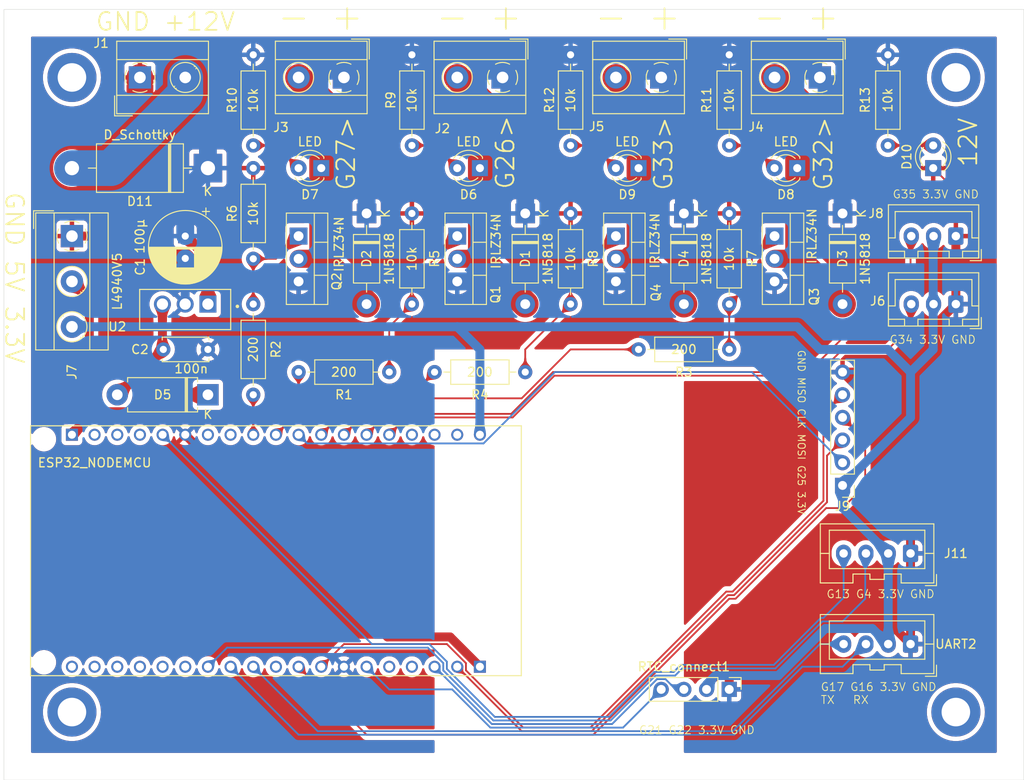
<source format=kicad_pcb>
(kicad_pcb (version 20240108) (generator "pcbnew") (generator_version "8.0")
  (layers (0 "F.Cu" signal) (31 "B.Cu" signal) (34 "B.Paste" user) (35 "F.Paste" user) (36 "B.SilkS" user "B.Silkscreen") (37 "F.SilkS" user "F.Silkscreen") (38 "B.Mask" user) (39 "F.Mask" user) (44 "Edge.Cuts" user))
  (net 0 "")
  (net 1 "GND")
  (net 2 "+12V")
  (net 3 "+5V")
  (net 4 "Net-(D1-A)")
  (net 5 "Net-(D2-A)")
  (net 6 "Net-(Q1-G)")
  (net 7 "Net-(Q2-G)")
  (net 8 "Net-(Q3-G)")
  (net 9 "Net-(Q4-G)")
  (net 10 "Net-(D5-K)")
  (net 11 "Net-(U1-G26)")
  (net 12 "Net-(U1-G27)")
  (net 13 "Net-(U1-G32)")
  (net 14 "Net-(U1-G33)")
  (net 28 "MISO")
  (net 29 "MOSI")
  (net 30 "SCLK")
  (net 31 "3V3")
  (net 33 "Net-(J9-Pin_2)")
  (net 34 "Net-(J11-Pin_3)")
  (net 37 "Net-(J6-Pin_3)")
  (net 38 "Net-(U1-G16)")
  (net 39 "Net-(U1-G17)")
  (net 40 "Net-(RTC_connect1-Pin_3)")
  (net 41 "Net-(RTC_connect1-Pin_4)")
  (net 42 "Net-(J11-Pin_4)")
  (net 44 "Net-(J8-Pin_3)")
  (net 45 "Net-(D6-A)")
  (net 46 "Net-(D7-A)")
  (net 47 "Net-(D8-A)")
  (net 48 "Net-(D9-A)")
  (net 49 "Net-(D10-A)")
  (net 50 "Net-(D11-A)")
  (net 51 "Net-(D4-A)")
  (net 52 "Net-(D3-A)")
  (footprint "Connector_JST:JST_XA_B04B-XASK-1_1x04_P2.50mm_Vertical" (layer "F.Cu") (at 101.6 60.96 180)
    (property "Reference" "J11")
    (property "Value" "Conn_01x04_Pin" (hide yes))
  )
  (footprint "MountingHole:MountingHole_3.2mm_M3_ISO14580_Pad" (layer "F.Cu") (at 106.68 7.62)
    (property "Reference" "H2" (hide yes))
    (property "Value" "MountingHole" (hide yes))
  )
  (footprint "Resistor_THT:R_Axial_DIN0207_L6.3mm_D2.5mm_P10.16mm_Horizontal" (layer "F.Cu") (at 63.5 33.02 90)
    (property "Reference" "R8")
    (property "Value" "10k")
  )
  (footprint "Resistor_THT:R_Axial_DIN0207_L6.3mm_D2.5mm_P10.16mm_Horizontal" (layer "F.Cu") (at 81.28 33.02 90)
    (property "Reference" "R7")
    (property "Value" "10k")
  )
  (footprint "TerminalBlock_MetzConnect:TerminalBlock_MetzConnect_Type101_RT01603HBWC_1x03_P5.08mm_Horizontal" (layer "F.Cu") (at 7.62 25.4 -90)
    (property "Reference" "J7")
    (property "Value" "POWER_OUT" (hide yes))
  )
  (footprint "Connector_PinHeader_2.54mm:PinHeader_1x06_P2.54mm_Vertical" (layer "F.Cu") (at 93.98 53.34 180)
    (property "Reference" "J9")
    (property "Value" "Conn_01x06_Pin" (hide yes))
  )
  (footprint "Resistor_THT:R_Axial_DIN0207_L6.3mm_D2.5mm_P10.16mm_Horizontal" (layer "F.Cu") (at 99.06 15.24 90)
    (property "Reference" "R13")
    (property "Value" "10k")
  )
  (footprint "LED_THT:LED_D3.0mm" (layer "F.Cu") (at 53.34 17.78 180)
    (property "Reference" "D6")
    (property "Value" "LED")
  )
  (footprint "Resistor_THT:R_Axial_DIN0207_L6.3mm_D2.5mm_P10.16mm_Horizontal" (layer "F.Cu") (at 27.94 15.24 90)
    (property "Reference" "R10")
    (property "Value" "10k")
  )
  (footprint "Diode_THT:D_DO-41_SOD81_P10.16mm_Horizontal" (layer "F.Cu") (at 58.42 22.86 -90)
    (property "Reference" "D1")
    (property "Value" "1N5818")
  )
  (footprint "L4940V5:TO225P1040X460X1968-3" (layer "F.Cu") (at 20.31 33.625 180)
    (property "Reference" "U2")
    (property "Value" "L4940V5")
  )
  (footprint "Resistor_THT:R_Axial_DIN0207_L6.3mm_D2.5mm_P10.16mm_Horizontal" (layer "F.Cu") (at 45.72 33.02 90)
    (property "Reference" "R5")
    (property "Value" "10k")
  )
  (footprint "MountingHole:MountingHole_3.2mm_M3_ISO14580_Pad" (layer "F.Cu") (at 7.62 78.74)
    (property "Reference" "H3" (hide yes))
    (property "Value" "MountingHole" (hide yes))
  )
  (footprint "Package_TO_SOT_THT:TO-220-3_Vertical" (layer "F.Cu") (at 50.8 25.4 -90)
    (property "Reference" "Q1")
    (property "Value" "IRLZ34N")
  )
  (footprint "Connector_PinHeader_2.54mm:PinHeader_1x04_P2.54mm_Vertical" (layer "F.Cu") (at 81.28 76.2 -90)
    (property "Reference" "RTC_connect1")
    (property "Value" "Conn_01x04_Pin" (hide yes))
  )
  (footprint "Diode_THT:D_DO-41_SOD81_P10.16mm_Horizontal" (layer "F.Cu") (at 40.64 22.86 -90)
    (property "Reference" "D2")
    (property "Value" "1N5818")
  )
  (footprint "Resistor_THT:R_Axial_DIN0207_L6.3mm_D2.5mm_P10.16mm_Horizontal" (layer "F.Cu") (at 63.5 15.24 90)
    (property "Reference" "R12")
    (property "Value" "10k")
  )
  (footprint "Resistor_THT:R_Axial_DIN0207_L6.3mm_D2.5mm_P10.16mm_Horizontal" (layer "F.Cu") (at 71.12 38.1)
    (property "Reference" "R3")
    (property "Value" "200")
  )
  (footprint "Diode_THT:D_DO-41_SOD81_P10.16mm_Horizontal" (layer "F.Cu") (at 76.2 22.86 -90)
    (property "Reference" "D4")
    (property "Value" "1N5818")
  )
  (footprint "Package_TO_SOT_THT:TO-220-3_Vertical" (layer "F.Cu") (at 86.36 25.4 -90)
    (property "Reference" "Q3")
    (property "Value" "IRLZ34N")
  )
  (footprint "Package_TO_SOT_THT:TO-220-3_Vertical" (layer "F.Cu") (at 68.58 25.4 -90)
    (property "Reference" "Q4")
    (property "Value" "IRLZ34N")
  )
  (footprint "Connector_JST:JST_XH_B3B-XH-A_1x03_P2.50mm_Vertical" (layer "F.Cu") (at 106.68 33.02 180)
    (property "Reference" "J6")
    (property "Value" "Conn_01x03_Pin" (hide yes))
  )
  (footprint "Connector_JST:JST_XH_B3B-XH-A_1x03_P2.50mm_Vertical" (layer "F.Cu") (at 106.68 25.4 180)
    (property "Reference" "J8")
    (property "Value" "Conn_01x03_Pin" (hide yes))
  )
  (footprint "Resistor_THT:R_Axial_DIN0207_L6.3mm_D2.5mm_P10.16mm_Horizontal" (layer "F.Cu") (at 81.28 15.24 90)
    (property "Reference" "R11")
    (property "Value" "10k")
  )
  (footprint "ESP32_NODEMCU:MODULE_ESP32_NODEMCU" (layer "F.Cu") (at 30.48 60.66 -90)
    (property "Reference" "U1" (hide yes))
    (property "Value" "ESP32_NODEMCU")
  )
  (footprint "Resistor_THT:R_Axial_DIN0207_L6.3mm_D2.5mm_P10.16mm_Horizontal" (layer "F.Cu") (at 33.02 40.64)
    (property "Reference" "R1")
    (property "Value" "200")
  )
  (footprint "Connector_JST:JST_XA_B04B-XASK-1_1x04_P2.50mm_Vertical" (layer "F.Cu") (at 101.6 71.12 180)
    (property "Reference" "UART2")
    (property "Value" "Conn_01x04_Pin" (hide yes))
  )
  (footprint "Package_TO_SOT_THT:TO-220-3_Vertical" (layer "F.Cu") (at 33.02 25.4 -90)
    (property "Reference" "Q2")
    (property "Value" "IRLZ34N")
  )
  (footprint "MountingHole:MountingHole_3.2mm_M3_ISO14580_Pad" (layer "F.Cu") (at 106.68 78.74)
    (property "Reference" "H4" (hide yes))
    (property "Value" "MountingHole" (hide yes))
  )
  (footprint "Capacitor_THT:C_Disc_D5.0mm_W2.5mm_P5.00mm" (layer "F.Cu") (at 22.86 38.1 180)
    (property "Reference" "C2")
    (property "Value" "100n")
  )
  (footprint "Diode_THT:D_DO-15_P10.16mm_Horizontal" (layer "F.Cu") (at 22.86 43.18 180)
    (property "Reference" "D5")
    (property "Value" "D" (hide yes))
  )
  (footprint "LED_THT:LED_D3.0mm" (layer "F.Cu") (at 88.9 17.78 180)
    (property "Reference" "D8")
    (property "Value" "LED")
  )
  (footprint "Diode_THT:D_DO-41_SOD81_P10.16mm_Horizontal" (layer "F.Cu") (at 93.98 22.86 -90)
    (property "Reference" "D3")
    (property "Value" "1N5818")
  )
  (footprint "Resistor_THT:R_Axial_DIN0207_L6.3mm_D2.5mm_P10.16mm_Horizontal" (layer "F.Cu") (at 48.26 40.64)
    (property "Reference" "R4")
    (property "Value" "200")
  )
  (footprint "Diode_THT:D_DO-201AD_P15.24mm_Horizontal" (layer "F.Cu") (at 22.86 17.78 180)
    (property "Reference" "D11")
    (property "Value" "D_Schottky")
  )
  (footprint "LED_THT:LED_D3.0mm" (layer "F.Cu") (at 104.14 17.78 90)
    (property "Reference" "D10")
    (property "Value" "LED" (hide yes))
  )
  (footprint "TerminalBlock_MetzConnect:TerminalBlock_MetzConnect_Type101_RT01602HBWC_1x02_P5.08mm_Horizontal" (layer "F.Cu") (at 38.1 7.62 180)
    (property "Reference" "J3")
    (property "Value" "Screw_Terminal_01x02" (hide yes))
  )
  (footprint "LED_THT:LED_D3.0mm" (layer "F.Cu") (at 35.56 17.78 180)
    (property "Reference" "D7")
    (property "Value" "LED")
  )
  (footprint "TerminalBlock_MetzConnect:TerminalBlock_MetzConnect_Type101_RT01602HBWC_1x02_P5.08mm_Horizontal" (layer "F.Cu") (at 55.88 7.62 180)
    (property "Reference" "J2")
    (property "Value" "Screw_Terminal_01x02" (hide yes))
  )
  (footprint "MountingHole:MountingHole_3.2mm_M3_ISO14580_Pad" (layer "F.Cu") (at 7.62 7.62)
    (property "Reference" "H1" (hide yes))
    (property "Value" "MountingHole" (hide yes))
  )
  (footprint "Capacitor_THT:CP_Radial_D8.0mm_P2.50mm" (layer "F.Cu") (at 20.32 25.4 -90)
    (property "Reference" "C1")
    (property "Value" "100µ")
  )
  (footprint "LED_THT:LED_D3.0mm" (layer "F.Cu") (at 71.12 17.78 180)
    (property "Reference" "D9")
    (property "Value" "LED")
  )
  (footprint "TerminalBlock_MetzConnect:TerminalBlock_MetzConnect_Type101_RT01602HBWC_1x02_P5.08mm_Horizontal" (layer "F.Cu") (at 91.44 7.62 180)
    (property "Reference" "J4")
    (property "Value" "Screw_Terminal_01x02" (hide yes))
  )
  (footprint "Resistor_THT:R_Axial_DIN0207_L6.3mm_D2.5mm_P10.16mm_Horizontal" (layer "F.Cu") (at 27.94 43.18 90)
    (property "Reference" "R2")
    (property "Value" "200")
  )
  (footprint "Resistor_THT:R_Axial_DIN0207_L6.3mm_D2.5mm_P10.16mm_Horizontal" (layer "F.Cu") (at 45.72 15.24 90)
    (property "Reference" "R9")
    (property "Value" "10k")
  )
  (footprint "TerminalBlock_MetzConnect:TerminalBlock_MetzConnect_Type101_RT01602HBWC_1x02_P5.08mm_Horizontal" (layer "F.Cu") (at 73.66 7.62 180)
    (property "Reference" "J5")
    (property "Value" "Screw_Terminal_01x02" (hide yes))
  )
  (footprint "TerminalBlock_MetzConnect:TerminalBlock_MetzConnect_Type101_RT01602HBWC_1x02_P5.08mm_Horizontal" (layer "F.Cu") (at 15.24 7.62)
    (property "Reference" "J1")
    (property "Value" "Screw_Terminal_01x02" (hide yes))
  )
  (footprint "Resistor_THT:R_Axial_DIN0207_L6.3mm_D2.5mm_P10.16mm_Horizontal" (layer "F.Cu") (at 27.94 27.94 90)
    (property "Reference" "R6")
    (property "Value" "10k")
  )
  (gr_rect (start 0 0) (end 114.3 86.36) (stroke (width 0.05)) (fill none) (layer "Edge.Cuts"))
  (gr_text "12V" (at 109.22 17.78 90) (layer "F.SilkS") (effects (font (size 2 2) (thickness 0.2) (bold yes)) (justify left bottom)))
  (gr_text "- +" (at 66.04 2.54 0) (layer "F.SilkS") (effects (font (size 3 3) (thickness 0.2) (bold yes)) (justify left bottom)))
  (gr_text "- +" (at 48.26 2.54 0) (layer "F.SilkS") (effects (font (size 3 3) (thickness 0.2) (bold yes)) (justify left bottom)))
  (gr_text "G34 3.3V GND" (at 99.197356 37.52992 0) (layer "F.SilkS") (effects (font (size 0.9 0.9) (thickness 0.1)) (justify left bottom)))
  (gr_text "- +" (at 83.82 2.54 0) (layer "F.SilkS") (effects (font (size 3 3) (thickness 0.2) (bold yes)) (justify left bottom)))
  (gr_text "GND +12V" (at 10.16 2.54 0) (layer "F.SilkS") (effects (font (size 2 2) (thickness 0.2) (bold yes)) (justify left bottom)))
  (gr_text "G21 G22 3.3V GND" (at 71.12 81.28 0) (layer "F.SilkS") (effects (font (size 0.9 0.9) (thickness 0.1)) (justify left bottom)))
  (gr_text "G13 G4 3.3V GND" (at 92.128151 66.04 0) (layer "F.SilkS") (effects (font (size 0.9 0.9) (thickness 0.1)) (justify left bottom)))
  (gr_text "G32>" (at 92.994052 20.422175 90) (layer "F.SilkS") (effects (font (size 2 2) (thickness 0.2) (bold yes)) (justify left bottom)))
  (gr_text "G33>" (at 75.073883 20.422175 90) (layer "F.SilkS") (effects (font (size 2 2) (thickness 0.2) (bold yes)) (justify left bottom)))
  (gr_text "G26>" (at 57.352826 20.289433 90) (layer "F.SilkS") (effects (font (size 2 2) (thickness 0.2) (bold yes)) (justify left bottom)))
  (gr_text "- +" (at 30.48 2.54 0) (layer "F.SilkS") (effects (font (size 3 3) (thickness 0.2) (bold yes)) (justify left bottom)))
  (gr_text "GND MISO CLK MOSI G25 3.3V\n" (at 88.9 38.1 270) (layer "F.SilkS") (effects (font (size 0.8 0.8) (thickness 0.1)) (justify left bottom)))
  (gr_text "GND 5V 3.3V" (at 0 20.32 -90) (layer "F.SilkS") (effects (font (size 2 2) (thickness 0.2) (bold yes)) (justify left bottom)))
  (gr_text "G27>" (at 39.499028 20.422175 90) (layer "F.SilkS") (effects (font (size 2 2) (thickness 0.2) (bold yes)) (justify left bottom)))
  (gr_text "G17 G16 3.3V GND\nTX   RX" (at 91.483068 77.89923 0) (layer "F.SilkS") (effects (font (size 0.9 0.9) (thickness 0.1)) (justify left bottom)))
  (gr_text "G35 3.3V GND" (at 99.541951 21.235478 0) (layer "F.SilkS") (effects (font (size 0.9 0.9) (thickness 0.1)) (justify left bottom)))
  (segment (start 106.68 25.4) (end 106.68 33.02) (width 1) (layer "F.Cu") (net 1))
  (segment (start 19.994365 28.225635) (end 20.014365 28.205635) (width 3) (layer "F.Cu") (net 1))
  (segment (start 106.68 20.32) (end 104.14 17.78) (width 0.2) (layer "F.Cu") (net 1))
  (segment (start 106.68 33.02) (end 99.06 40.64) (width 1) (layer "F.Cu") (net 1))
  (segment (start 18.145635 28.225635) (end 19.994365 28.225635) (width 3) (layer "F.Cu") (net 1))
  (segment (start 106.68 25.4) (end 106.68 20.32) (width 0.2) (layer "F.Cu") (net 1))
  (segment (start 50 70.32) (end 42.98 70.32) (width 1) (layer "F.Cu") (net 1))
  (segment (start 81.28 73.66) (end 81.28 76.2) (width 1) (layer "F.Cu") (net 1))
  (segment (start 53.34 73.66) (end 50 70.32) (width 1) (layer "F.Cu") (net 1))
  (segment (start 15.24 7.62) (end 15.24 25.32) (width 3) (layer "F.Cu") (net 1))
  (segment (start 20.32 27.9) (end 18.82 27.9) (width 2) (layer "F.Cu") (net 1))
  (segment (start 42.98 70.32) (end 20.32 47.66) (width 1) (layer "F.Cu") (net 1))
  (segment (start 101.6 60.96) (end 101.6 71.12) (width 1) (layer "F.Cu") (net 1))
  (segment (start 93.98 40.64) (end 101.6 48.26) (width 1) (layer "F.Cu") (net 1))
  (segment (start 101.6 48.26) (end 101.6 60.96) (width 1) (layer "F.Cu") (net 1))
  (segment (start 101.6 71.12) (end 99.06 68.58) (width 1) (layer "F.Cu") (net 1))
  (segment (start 7.62 25.4) (end 14.16 25.4) (width 1) (layer "F.Cu") (net 1))
  (segment (start 99.06 68.58) (end 86.36 68.58) (width 1) (layer "F.Cu") (net 1))
  (segment (start 86.36 68.58) (end 81.28 73.66) (width 1) (layer "F.Cu") (net 1))
  (segment (start 99.06 40.64) (end 93.98 40.64) (width 1) (layer "F.Cu") (net 1))
  (segment (start 14.16 25.4) (end 15.24 24.32) (width 1) (layer "F.Cu") (net 1))
  (segment (start 15.24 25.32) (end 18.145635 28.225635) (width 3) (layer "F.Cu") (net 1))
  (segment (start 22.9 30.48) (end 20.32 27.9) (width 2) (layer "B.Cu") (net 1))
  (segment (start 20.31 33.02) (end 20.31 27.91) (width 1) (layer "B.Cu") (net 1))
  (segment (start 31.252234 30.48) (end 86.36 30.48) (width 2) (layer "B.Cu") (net 1))
  (segment (start 33.02 30.48) (end 22.9 30.48) (width 2) (layer "B.Cu") (net 1))
  (segment (start 22.86 27.94) (end 22.86 33.02) (width 1) (layer "F.Cu") (net 2))
  (segment (start 20.32 25.4) (end 22.86 27.94) (width 1) (layer "F.Cu") (net 2))
  (segment (start 45.72 5.08) (end 53.34 5.08) (width 2) (layer "B.Cu") (net 2))
  (segment (start 55.88 7.62) (end 58.42 5.08) (width 2) (layer "B.Cu") (net 2))
  (segment (start 38.1 7.62) (end 40.64 10.16) (width 2) (layer "B.Cu") (net 2))
  (segment (start 31.96 5.08) (end 35.56 5.08) (width 2) (layer "B.Cu") (net 2))
  (segment (start 40.64 5.08) (end 45.72 5.08) (width 2) (layer "B.Cu") (net 2))
  (segment (start 58.42 10.16) (end 58.42 22.86) (width 2) (layer "B.Cu") (net 2))
  (segment (start 71.12 5.08) (end 73.66 7.62) (width 2) (layer "B.Cu") (net 2))
  (segment (start 58.42 5.08) (end 63.5 5.08) (width 2) (layer "B.Cu") (net 2))
  (segment (start 35.56 5.08) (end 38.1 7.62) (width 2) (layer "B.Cu") (net 2))
  (segment (start 93.98 10.16) (end 93.98 22.86) (width 2) (layer "B.Cu") (net 2))
  (segment (start 73.66 7.62) (end 76.2 5.08) (width 2) (layer "B.Cu") (net 2))
  (segment (start 53.34 5.08) (end 55.88 7.62) (width 2) (layer "B.Cu") (net 2))
  (segment (start 22.86 14.18) (end 31.96 5.08) (width 2) (layer "B.Cu") (net 2))
  (segment (start 76.2 5.08) (end 88.9 5.08) (width 2) (layer "B.Cu") (net 2))
  (segment (start 20.32 20.32) (end 22.86 17.78) (width 2) (layer "B.Cu") (net 2))
  (segment (start 76.2 10.16) (end 76.2 22.86) (width 2) (layer "B.Cu") (net 2))
  (segment (start 40.64 10.16) (end 40.64 22.86) (width 2) (layer "B.Cu") (net 2))
  (segment (start 22.86 17.78) (end 22.86 14.18) (width 2) (layer "B.Cu") (net 2))
  (segment (start 73.66 7.62) (end 76.2 10.16) (width 2) (layer "B.Cu") (net 2))
  (segment (start 38.1 7.62) (end 40.64 5.08) (width 2) (layer "B.Cu") (net 2))
  (segment (start 91.44 7.62) (end 93.98 10.16) (width 2) (layer "B.Cu") (net 2))
  (segment (start 20.32 25.4) (end 20.32 20.32) (width 2) (layer "B.Cu") (net 2))
  (segment (start 88.9 5.08) (end 91.44 7.62) (width 2) (layer "B.Cu") (net 2))
  (segment (start 63.5 5.08) (end 71.12 5.08) (width 2) (layer "B.Cu") (net 2))
  (segment (start 55.88 7.62) (end 58.42 10.16) (width 2) (layer "B.Cu") (net 2))
  (segment (start 12.78 43.18) (end 17.86 38.1) (width 1) (layer "F.Cu") (net 3))
  (segment (start 17.76 33.02) (end 17.76 38) (width 1) (layer "F.Cu") (net 3))
  (segment (start 53.5 28.1) (end 58.42 33.02) (width 3) (layer "F.Cu") (net 4))
  (segment (start 52.6125 27.94) (end 50.8 27.94) (width 2) (layer "F.Cu") (net 4))
  (segment (start 50.8 7.62) (end 53.5 10.32) (width 3) (layer "F.Cu") (net 4))
  (segment (start 50.8 27.94) (end 53.34 27.94) (width 2) (layer "F.Cu") (net 4))
  (segment (start 53.5 10.32) (end 53.5 28.1) (width 3) (layer "F.Cu") (net 4))
  (segment (start 34.8325 27.94) (end 33.02 27.94) (width 2) (layer "F.Cu") (net 5))
  (segment (start 33.02 27.94) (end 35.56 27.94) (width 2) (layer "F.Cu") (net 5))
  (segment (start 33.02 7.62) (end 35.72 10.32) (width 3) (layer "F.Cu") (net 5))
  (segment (start 35.72 10.32) (end 35.72 28.1) (width 3) (layer "F.Cu") (net 5))
  (segment (start 35.72 28.1) (end 40.64 33.02) (width 3) (layer "F.Cu") (net 5))
  (segment (start 45.72 33.02) (end 45.72 30.48) (width 0.2) (layer "F.Cu") (net 6))
  (segment (start 43.18 40.64) (end 43.18 35.56) (width 0.2) (layer "F.Cu") (net 6))
  (segment (start 45.72 30.48) (end 50.8 25.4) (width 0.2) (layer "F.Cu") (net 6))
  (segment (start 43.18 35.56) (end 45.72 33.02) (width 0.2) (layer "F.Cu") (net 6))
  (segment (start 27.94 27.94) (end 30.48 27.94) (width 0.2) (layer "F.Cu") (net 7))
  (segment (start 27.94 33.02) (end 27.94 27.94) (width 0.2) (layer "F.Cu") (net 7))
  (segment (start 30.48 27.94) (end 33.02 25.4) (width 0.2) (layer "F.Cu") (net 7))
  (segment (start 83.82 30.48) (end 83.82 27.94) (width 0.2) (layer "F.Cu") (net 8))
  (segment (start 81.28 38.1) (end 81.28 33.02) (width 0.2) (layer "F.Cu") (net 8))
  (segment (start 81.28 33.02) (end 83.82 30.48) (width 0.2) (layer "F.Cu") (net 8))
  (segment (start 83.82 27.94) (end 86.36 25.4) (width 0.2) (layer "F.Cu") (net 8))
  (segment (start 58.42 38.1) (end 63.5 33.02) (width 0.2) (layer "F.Cu") (net 9))
  (segment (start 63.5 30.48) (end 68.58 25.4) (width 0.2) (layer "F.Cu") (net 9))
  (segment (start 63.5 33.02) (end 63.5 30.48) (width 0.2) (layer "F.Cu") (net 9))
  (segment (start 58.42 40.64) (end 58.42 38.1) (width 0.2) (layer "F.Cu") (net 9))
  (segment (start 7.62 30.48) (end 9.57 32.43) (width 1) (layer "F.Cu") (net 10))
  (segment (start 9.57 45.71) (end 7.62 47.66) (width 1) (layer "F.Cu") (net 10))
  (segment (start 9.57 32.43) (end 9.57 45.71) (width 1) (layer "F.Cu") (net 10))
  (segment (start 10.2 45.08) (end 18.42 45.08) (width 1) (layer "F.Cu") (net 10))
  (segment (start 20.32 43.18) (end 22.86 43.18) (width 1) (layer "F.Cu") (net 10))
  (segment (start 18.42 45.08) (end 20.32 43.18) (width 1) (layer "F.Cu") (net 10))
  (segment (start 7.62 47.66) (end 10.2 45.08) (width 1) (layer "F.Cu") (net 10))
  (segment (start 30.48 47.66) (end 33.02 45.12) (width 0.2) (layer "F.Cu") (net 11))
  (segment (start 33.02 45.12) (end 33.02 40.64) (width 0.2) (layer "F.Cu") (net 11))
  (segment (start 27.94 47.66) (end 27.94 43.18) (width 0.2) (layer "F.Cu") (net 12))
  (segment (start 58.02 43.58) (end 42.18 43.58) (width 0.2) (layer "F.Cu") (net 13))
  (segment (start 71.12 38.1) (end 63.5 38.1) (width 0.2) (layer "F.Cu") (net 13))
  (segment (start 63.5 38.1) (end 58.02 43.58) (width 0.2) (layer "F.Cu") (net 13))
  (segment (start 42.18 43.58) (end 38.1 47.66) (width 0.2) (layer "F.Cu") (net 13))
  (segment (start 45.72 43.18) (end 48.26 40.64) (width 0.2) (layer "F.Cu") (net 14))
  (segment (start 35.56 47.66) (end 40.04 43.18) (width 0.2) (layer "F.Cu") (net 14))
  (segment (start 40.04 43.18) (end 45.72 43.18) (width 0.2) (layer "F.Cu") (net 14))
  (segment (start 93.98 43.18) (end 91.84 45.32) (width 0.2) (layer "F.Cu") (net 28))
  (segment (start 51.775 73.256141) (end 49.638859 71.12) (width 0.2) (layer "F.Cu") (net 28))
  (segment (start 91.84 55.055735) (end 81.655735 65.24) (width 0.2) (layer "F.Cu") (net 28))
  (segment (start 58.191141 80.48) (end 51.775 74.063859) (width 0.2) (layer "F.Cu") (net 28))
  (segment (start 81.655735 65.24) (end 80.948628 65.24) (width 0.2) (layer "F.Cu") (net 28))
  (segment (start 91.84 45.32) (end 91.84 55.055735) (width 0.2) (layer "F.Cu") (net 28))
  (segment (start 80.948628 65.24) (end 65.708628 80.48) (width 0.2) (layer "F.Cu") (net 28))
  (segment (start 49.638859 71.12) (end 38.1 71.12) (width 0.2) (layer "F.Cu") (net 28))
  (segment (start 65.708628 80.48) (end 58.191141 80.48) (width 0.2) (layer "F.Cu") (net 28))
  (segment (start 38.1 71.12) (end 35.56 73.66) (width 0.2) (layer "F.Cu") (net 28))
  (segment (start 51.775 74.063859) (end 51.775 73.256141) (width 0.2) (layer "F.Cu") (net 28))
  (segment (start 92.24 50) (end 92.24 55.221422) (width 0.2) (layer "F.Cu") (net 29))
  (segment (start 81.114314 65.64) (end 65.874314 80.88) (width 0.2) (layer "F.Cu") (net 29))
  (segment (start 81.821422 65.64) (end 81.114314 65.64) (width 0.2) (layer "F.Cu") (net 29))
  (segment (start 65.874314 80.88) (end 58.02 80.88) (width 0.2) (layer "F.Cu") (net 29))
  (segment (start 58.02 80.88) (end 50.8 73.66) (width 0.2) (layer "F.Cu") (net 29))
  (segment (start 93.98 48.26) (end 92.24 50) (width 0.2) (layer "F.Cu") (net 29))
  (segment (start 92.24 55.221422) (end 81.821422 65.64) (width 0.2) (layer "F.Cu") (net 29))
  (segment (start 92.147108 55.88) (end 81.987108 66.04) (width 0.2) (layer "F.Cu") (net 30))
  (segment (start 93.98 55.88) (end 92.147108 55.88) (width 0.2) (layer "F.Cu") (net 30))
  (segment (start 66.04 81.28) (end 40.64 81.28) (width 0.2) (layer "F.Cu") (net 30))
  (segment (start 81.987108 66.04) (end 81.28 66.04) (width 0.2) (layer "F.Cu") (net 30))
  (segment (start 81.28 66.04) (end 66.04 81.28) (width 0.2) (layer "F.Cu") (net 30))
  (segment (start 40.64 81.28) (end 33.02 73.66) (width 0.2) (layer "F.Cu") (net 30))
  (segment (start 93.98 45.72) (end 96.52 48.26) (width 0.2) (layer "F.Cu") (net 30))
  (segment (start 96.52 48.26) (end 96.52 53.34) (width 0.2) (layer "F.Cu") (net 30))
  (segment (start 96.52 53.34) (end 93.98 55.88) (width 0.2) (layer "F.Cu") (net 30))
  (segment (start 104.14 33.02) (end 104.14 38.1) (width 0.2) (layer "B.Cu") (net 31))
  (segment (start 53.34 47.66) (end 53.34 38.1) (width 1) (layer "B.Cu") (net 31))
  (segment (start 92.048629 69.38) (end 97.32 69.38) (width 1) (layer "B.Cu") (net 31))
  (segment (start 86.778629 74.65) (end 92.048629 69.38) (width 1) (layer "B.Cu") (net 31))
  (segment (start 93.98 55.84) (end 99.1 60.96) (width 1) (layer "B.Cu") (net 31))
  (segment (start 101.6 45.72) (end 93.98 53.34) (width 1) (layer "B.Cu") (net 31))
  (segment (start 101.6 40.64) (end 101.6 45.72) (width 1) (layer "B.Cu") (net 31))
  (segment (start 78.74 75.64) (end 79.73 74.65) (width 1) (layer "B.Cu") (net 31))
  (segment (start 88.9 35.56) (end 91.44 38.1) (width 1) (layer "B.Cu") (net 31))
  (segment (start 97.32 69.38) (end 99.06 71.12) (width 1) (layer "B.Cu") (net 31))
  (segment (start 104.14 38.1) (end 101.6 40.64) (width 1) (layer "B.Cu") (net 31))
  (segment (start 50.8 35.56) (end 88.9 35.56) (width 1) (layer "B.Cu") (net 31))
  (segment (start 93.98 53.34) (end 93.98 55.84) (width 1) (layer "B.Cu") (net 31))
  (segment (start 104.14 33.02) (end 104.14 25.4) (width 0.2) (layer "B.Cu") (net 31))
  (segment (start 99.06 38.1) (end 101.6 40.64) (width 1) (layer "B.Cu") (net 31))
  (segment (start 91.44 38.1) (end 99.06 38.1) (width 1) (layer "B.Cu") (net 31))
  (segment (start 99.1 60.96) (end 99.1 71.12) (width 1) (layer "B.Cu") (net 31))
  (segment (start 79.73 74.65) (end 86.778629 74.65) (width 1) (layer "B.Cu") (net 31))
  (segment (start 7.62 35.56) (end 50.8 35.56) (width 1) (layer "B.Cu") (net 31))
  (segment (start 104.14 25.4) (end 104.14 38.1) (width 1) (layer "B.Cu") (net 31))
  (segment (start 53.34 38.1) (end 50.8 35.56) (width 1) (layer "B.Cu") (net 31))
  (segment (start 83.82 40.64) (end 93.98 50.8) (width 0.2) (layer "B.Cu") (net 33))
  (segment (start 61.738859 40.64) (end 83.82 40.64) (width 0.2) (layer "B.Cu") (net 33))
  (segment (start 53.743859 48.635) (end 61.738859 40.64) (width 0.2) (layer "B.Cu") (net 33))
  (segment (start 33.995 48.635) (end 53.743859 48.635) (width 0.2) (layer "B.Cu") (net 33))
  (segment (start 33.02 47.66) (end 33.995 48.635) (width 0.2) (layer "B.Cu") (net 33))
  (segment (start 73.017968 74.65) (end 67.987968 79.68) (width 0.2) (layer "B.Cu") (net 34))
  (segment (start 75.215686 74.65) (end 73.017968 74.65) (width 0.2) (layer "B.Cu") (net 34))
  (segment (start 96.52 61.04) (end 96.52 66.04) (width 0.2) (layer "B.Cu") (net 34))
  (segment (start 86.447258 73.85) (end 76.015686 73.85) (width 0.2) (layer "B.Cu") (net 34))
  (segment (start 49.235 73.256141) (end 47.498859 71.52) (width 0.2) (layer "B.Cu") (net 34))
  (segment (start 25 71.52) (end 22.86 73.66) (width 0.2) (layer "B.Cu") (net 34))
  (segment (start 93.98 68.58) (end 91.717258 68.58) (width 0.2) (layer "B.Cu") (net 34))
  (segment (start 54.845686 79.68) (end 49.235 74.069314) (width 0.2) (layer "B.Cu") (net 34))
  (segment (start 91.717258 68.58) (end 86.447258 73.85) (width 0.2) (layer "B.Cu") (net 34))
  (segment (start 47.498859 71.52) (end 25 71.52) (width 0.2) (layer "B.Cu") (net 34))
  (segment (start 49.235 74.069314) (end 49.235 73.256141) (width 0.2) (layer "B.Cu") (net 34))
  (segment (start 76.015686 73.85) (end 75.215686 74.65) (width 0.2) (layer "B.Cu") (net 34))
  (segment (start 67.987968 79.68) (end 54.845686 79.68) (width 0.2) (layer "B.Cu") (net 34))
  (segment (start 96.52 66.04) (end 93.98 68.58) (width 0.2) (layer "B.Cu") (net 34))
  (segment (start 61.691372 41.04) (end 57.011372 45.72) (width 0.2) (layer "F.Cu") (net 37))
  (segment (start 45.12 45.72) (end 43.18 47.66) (width 0.2) (layer "F.Cu") (net 37))
  (segment (start 57.011372 45.72) (end 45.12 45.72) (width 0.2) (layer "F.Cu") (net 37))
  (segment (start 91.04 41.04) (end 61.691372 41.04) (width 0.2) (layer "F.Cu") (net 37))
  (segment (start 101.6 35.56) (end 99.06 38.1) (width 0.2) (layer "F.Cu") (net 37))
  (segment (start 93.98 38.1) (end 91.04 41.04) (width 0.2) (layer "F.Cu") (net 37))
  (segment (start 101.6 33.02) (end 101.6 35.56) (width 0.2) (layer "F.Cu") (net 37))
  (segment (start 99.06 38.1) (end 93.98 38.1) (width 0.2) (layer "F.Cu") (net 37))
  (segment (start 89.465686 73.66) (end 81.845686 81.28) (width 0.2) (layer "B.Cu") (net 38))
  (segment (start 33.02 81.28) (end 25.4 73.66) (width 0.2) (layer "B.Cu") (net 38))
  (segment (start 81.845686 81.28) (end 33.02 81.28) (width 0.2) (layer "B.Cu") (net 38))
  (segment (start 93.98 73.66) (end 89.465686 73.66) (width 0.2) (layer "B.Cu") (net 38))
  (segment (start 96.52 71.12) (end 93.98 73.66) (width 0.2) (layer "B.Cu") (net 38))
  (segment (start 35.16 80.88) (end 27.94 73.66) (width 0.2) (layer "B.Cu") (net 39))
  (segment (start 81.68 80.88) (end 35.16 80.88) (width 0.2) (layer "B.Cu") (net 39))
  (segment (start 94.1 71.12) (end 91.44 71.12) (width 0.2) (layer "B.Cu") (net 39))
  (segment (start 91.44 71.12) (end 81.68 80.88) (width 0.2) (layer "B.Cu") (net 39))
  (segment (start 74.81 75.723654) (end 74.136346 75.05) (width 0.2) (layer "B.Cu") (net 40))
  (segment (start 73.183654 75.05) (end 68.153654 80.08) (width 0.2) (layer "B.Cu") (net 40))
  (segment (start 74.136346 75.05) (end 73.183654 75.05) (width 0.2) (layer "B.Cu") (net 40))
  (segment (start 54.68 80.08) (end 48.26 73.66) (width 0.2) (layer "B.Cu") (net 40))
  (segment (start 75.723654 75.723654) (end 74.81 75.723654) (width 0.2) (layer "B.Cu") (net 40))
  (segment (start 76.2 76.2) (end 75.723654 75.723654) (width 0.2) (layer "B.Cu") (net 40))
  (segment (start 68.153654 80.08) (end 54.68 80.08) (width 0.2) (layer "B.Cu") (net 40))
  (segment (start 43.18 76.2) (end 40.64 73.66) (width 0.2) (layer "B.Cu") (net 41))
  (segment (start 54.514314 80.48) (end 50.234314 76.2) (width 0.2) (layer "B.Cu") (net 41))
  (segment (start 50.234314 76.2) (end 43.18 76.2) (width 0.2) (layer "B.Cu") (net 41))
  (segment (start 73.66 76.2) (end 69.38 80.48) (width 0.2) (layer "B.Cu") (net 41))
  (segment (start 69.38 80.48) (end 54.514314 80.48) (width 0.2) (layer "B.Cu") (net 41))
  (segment (start 67.822282 79.28) (end 55.011372 79.28) (width 0.2) (layer "B.Cu") (net 42))
  (segment (start 75.05 74.25) (end 72.852282 74.25) (width 0.2) (layer "B.Cu") (net 42))
  (segment (start 49.635 73.903628) (end 49.635 73.090455) (width 0.2) (layer "B.Cu") (net 42))
  (segment (start 91.551572 68.18) (end 86.281572 73.45) (width 0.2) (layer "B.Cu") (net 42))
  (segment (start 41.24 71.12) (end 17.78 47.66) (width 0.2) (layer "B.Cu") (net 42))
  (segment (start 91.84 68.18) (end 91.551572 68.18) (width 0.2) (layer "B.Cu") (net 42))
  (segment (start 49.635 73.090455) (end 47.664545 71.12) (width 0.2) (layer "B.Cu") (net 42))
  (segment (start 94.1 65.92) (end 91.84 68.18) (width 0.2) (layer "B.Cu") (net 42))
  (segment (start 47.664545 71.12) (end 41.24 71.12) (width 0.2) (layer "B.Cu") (net 42))
  (segment (start 86.281572 73.45) (end 75.85 73.45) (width 0.2) (layer "B.Cu") (net 42))
  (segment (start 75.85 73.45) (end 75.05 74.25) (width 0.2) (layer "B.Cu") (net 42))
  (segment (start 72.852282 74.25) (end 67.822282 79.28) (width 0.2) (layer "B.Cu") (net 42))
  (segment (start 55.011372 79.28) (end 49.635 73.903628) (width 0.2) (layer "B.Cu") (net 42))
  (segment (start 94.1 60.96) (end 94.1 65.92) (width 0.2) (layer "B.Cu") (net 42))
  (segment (start 101.6 25.4) (end 101.6 29.21) (width 0.2) (layer "F.Cu") (net 44))
  (segment (start 61.525686 40.64) (end 56.845686 45.32) (width 0.2) (layer "F.Cu") (net 44))
  (segment (start 56.845686 45.32) (end 42.98 45.32) (width 0.2) (layer "F.Cu") (net 44))
  (segment (start 101.6 29.21) (end 90.17 40.64) (width 0.2) (layer "F.Cu") (net 44))
  (segment (start 90.17 40.64) (end 61.525686 40.64) (width 0.2) (layer "F.Cu") (net 44))
  (segment (start 42.98 45.32) (end 40.64 47.66) (width 0.2) (layer "F.Cu") (net 44))
  (segment (start 48.26 15.24) (end 50.8 17.78) (width 0.2) (layer "F.Cu") (net 45))
  (segment (start 45.72 15.24) (end 48.26 15.24) (width 0.2) (layer "F.Cu") (net 45))
  (segment (start 30.48 15.24) (end 33.02 17.78) (width 0.2) (layer "F.Cu") (net 46))
  (segment (start 27.94 15.24) (end 30.48 15.24) (width 0.2) (layer "F.Cu") (net 46))
  (segment (start 83.82 15.24) (end 86.36 17.78) (width 0.2) (layer "F.Cu") (net 47))
  (segment (start 81.28 15.24) (end 83.82 15.24) (width 0.2) (layer "F.Cu") (net 47))
  (segment (start 66.04 15.24) (end 68.58 17.78) (width 0.2) (layer "F.Cu") (net 48))
  (segment (start 63.5 15.24) (end 66.04 15.24) (width 0.2) (layer "F.Cu") (net 48))
  (segment (start 99.06 15.24) (end 104.14 15.24) (width 0.2) (layer "F.Cu") (net 49))
  (segment (start 20.32 9.44) (end 11.98 17.78) (width 4) (layer "B.Cu") (net 50))
  (segment (start 11.98 17.78) (end 7.62 17.78) (width 4) (layer "B.Cu") (net 50))
  (segment (start 20.32 7.62) (end 20.32 9.44) (width 4) (layer "B.Cu") (net 50))
  (segment (start 68.58 27.94) (end 71.12 27.94) (width 2) (layer "F.Cu") (net 51))
  (segment (start 70.3925 27.94) (end 68.58 27.94) (width 2) (layer "F.Cu") (net 51))
  (segment (start 71.12 27.94) (end 76.2 33.02) (width 3) (layer "F.Cu") (net 51))
  (segment (start 70.3925 27.94) (end 71.12 27.94) (width 3) (layer "F.Cu") (net 51))
  (segment (start 71.12 27.2125) (end 70.3925 27.94) (width 2) (layer "F.Cu") (net 51))
  (segment (start 68.58 7.62) (end 71.28 10.32) (width 3) (layer "F.Cu") (net 51))
  (segment (start 71.28 10.32) (end 71.28 27.94) (width 3) (layer "F.Cu") (net 51))
  (segment (start 88.9 17.78) (end 88.9 27.2125) (width 2) (layer "F.Cu") (net 52))
  (segment (start 89.06 10.32) (end 89.06 27.94) (width 3) (layer "F.Cu") (net 52))
  (segment (start 88.9 10.16) (end 89.06 10.32) (width 3) (layer "F.Cu") (net 52))
  (segment (start 86.36 27.94) (end 88.9 27.94) (width 2) (layer "F.Cu") (net 52))
  (segment (start 88.9 27.94) (end 93.98 33.02) (width 3) (layer "F.Cu") (net 52))
  (segment (start 86.36 7.62) (end 88.9 10.16) (width 3) (layer "F.Cu") (net 52))
  (segment (start 88.9 27.2125) (end 88.1725 27.94) (width 2) (layer "F.Cu") (net 52))
  (segment (start 88.1725 27.94) (end 86.36 27.94) (width 2) (layer "F.Cu") (net 52))
  (segment (start 88.9 10.16) (end 88.9 17.78) (width 2) (layer "F.Cu") (net 52))
  (zone (net 1) (net_name "GND") (layer "F.Cu") (connect_pads (clearance 0.5)) (min_thickness 0.25) (fill yes (thermal_gap 0.5) (thermal_bridge_width 0.5))
    (polygon (pts (xy 2.54 2.54) (xy 111.76 2.54) (xy 111.76 83.82) (xy 2.54 83.82)))
  )
  (zone (net 0) (net_name "") (layers "F&B.Cu") (name "antenna") (connect_pads (clearance 0)) (min_thickness 0.25)
    (keepout (tracks allowed) (vias allowed) (pads allowed) (copperpour not_allowed) (footprints allowed))
    (fill (thermal_gap 0.5) (thermal_bridge_width 0.5))
    (polygon (pts (xy 76.2 38.1) (xy 76.2 83.82) (xy 48.26 83.82) (xy 48.26 38.1)))
  )
  (zone (net 1) (net_name "GND") (layer "B.Cu") (priority 1) (connect_pads (clearance 0.5)) (min_thickness 0.25) (fill yes (thermal_gap 0.5) (thermal_bridge_width 0.5))
    (polygon (pts (xy 0 27.94) (xy 114.3 27.94) (xy 114.3 86.36) (xy 0 86.36)))
  )
  (zone (net 2) (net_name "+12V") (layer "B.Cu") (priority 2) (connect_pads (clearance 0.5)) (min_thickness 0.25) (fill yes (thermal_gap 0.5) (thermal_bridge_width 0.5))
    (polygon (pts (xy 0 0) (xy 114.3 0) (xy 114.3 27.94) (xy 0 27.94)))
  )
)
</source>
